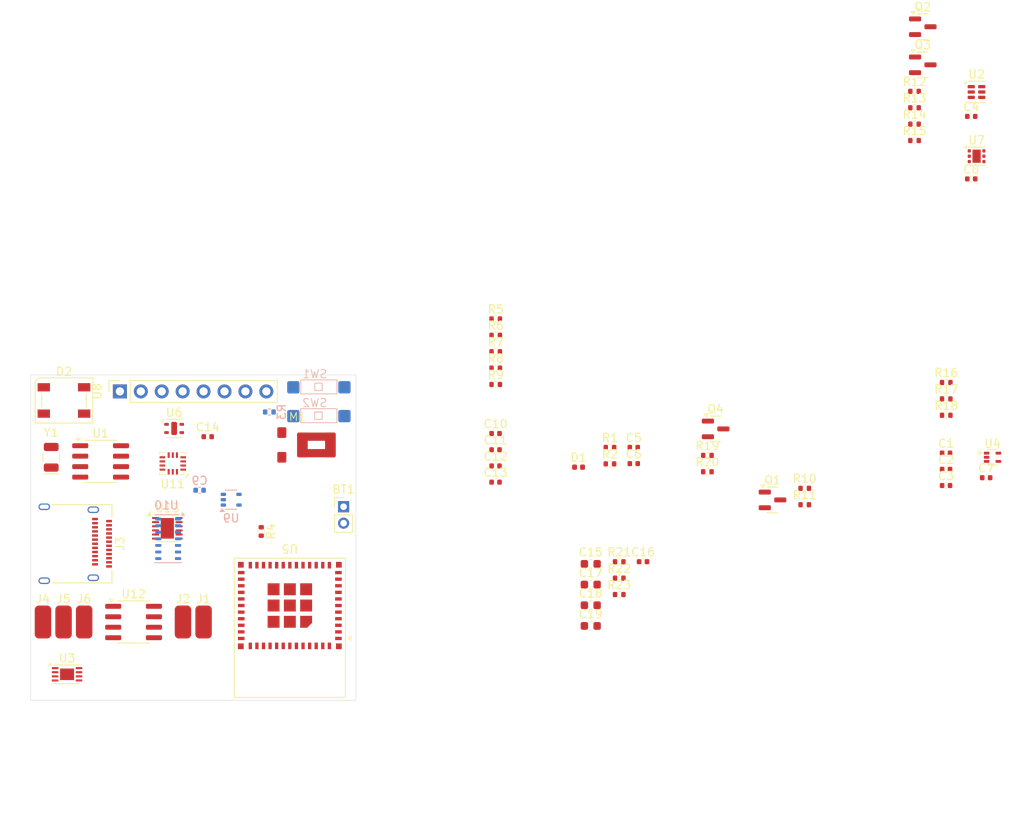
<source format=kicad_pcb>
(kicad_pcb (version 20241229) (generator "pcbnew") (generator_version "9.0")
  (layers (0 "F.Cu" signal) (4 "In1.Cu" signal) (6 "In2.Cu" signal) (2 "B.Cu" signal) (13 "F.Paste" user) (15 "B.Paste" user) (5 "F.SilkS" user "F.Silkscreen") (7 "B.SilkS" user "B.Silkscreen") (1 "F.Mask" user) (3 "B.Mask" user) (25 "Edge.Cuts" user))
  (net 0 "")
  (net 1 "+3.3V")
  (net 2 "RGB_DIN")
  (net 3 "GND")
  (net 4 "+BATT")
  (net 5 "Net-(U1-X2)")
  (net 6 "Net-(U1-X1)")
  (net 7 "+3.3V_sensor")
  (net 8 "+5V")
  (net 9 "SDA")
  (net 11 "SCL")
  (net 13 "Net-(U10-VDD)")
  (net 14 "Net-(D1-K)")
  (net 16 "Net-(M1--)")
  (net 17 "Net-(U3-PROG)")
  (net 18 "Net-(U3-STAT)")
  (net 19 "Net-(SW1-B)")
  (net 20 "Net-(U5-IO8)")
  (net 21 "Net-(SW2-B)")
  (net 22 "SCLK")
  (net 23 "MOSI")
  (net 24 "Sensor_enable")
  (net 25 "Net-(Q1-G)")
  (net 26 "Net-(Q3-G)")
  (net 27 "Screen_power")
  (net 28 "Net-(Q2-G)")
  (net 29 "Backlight")
  (net 30 "Net-(U12-A0)")
  (net 31 "Net-(U12-A1)")
  (net 32 "Net-(U12-A2)")
  (net 33 "Net-(Q4-G)")
  (net 34 "Vibrate")
  (net 40 "Net-(U5-TXD0)")
  (net 42 "USB_D+")
  (net 47 "USB_D-")
  (net 48 "Net-(U5-RXD0)")
  (net 51 "Screen_CS")
  (net 53 "Screen_Reset")
  (net 55 "Screen_A0")
  (net 59 "Net-(Q3-S)")
  (net 60 "Net-(Q2-S)")
  (net 89 "Net-(U13-RDY{slash}MCLR)")
  (net 90 "Net-(U13-VREG)")
  (net 91 "Net-(U13-CRX0{slash}CTX0)")
  (net 92 "CRX0")
  (net 93 "Net-(U13-CRX1{slash}CTX1)")
  (net 94 "CRX1")
  (net 95 "CRX2")
  (net 96 "Net-(U13-CRX2{slash}CTX2{slash}BIAS)")
  (net 98 "OUTA")
  (footprint "Resistor_SMD:R_0402_1005Metric" (layer "F.Cu") (at 102.8425 71.3)
    (property "Reference" "R2" (at 0 -1.17 0) (layer "F.SilkS"))
    (property "Value" "470")
    (pad "1" smd roundrect (at -0.51 0) (size 0.54 0.64) (layers "F.Cu" "F.Mask" "F.Paste") (net 14 "Net-(D1-K)"))
    (pad "2" smd roundrect (at 0.51 0) (size 0.54 0.64) (layers "F.Cu" "F.Mask" "F.Paste") (net 18 "Net-(U3-STAT)"))
  )
  (footprint "Package_DFN_QFN:DFN-12-1EP_3x3mm_P0.5mm_EP1.6x2.5mm" (layer "F.Cu") (at 49.1 79.125)
    (property "Reference" "U13" (at 0 -2.45 0) (layer "F.SilkS"))
    (property "Value" "~")
    (pad "1" smd roundrect (at -1.425 -1.25) (size 0.85 0.25) (layers "F.Cu" "F.Mask" "F.Paste"))
    (pad "2" smd roundrect (at -1.425 -0.75) (size 0.85 0.25) (layers "F.Cu" "F.Mask" "F.Paste") (net 9 "SDA"))
    (pad "3" smd roundrect (at -1.425 -0.25) (size 0.85 0.25) (layers "F.Cu" "F.Mask" "F.Paste") (net 1 "+3.3V"))
    (pad "4" smd roundrect (at -1.425 0.25) (size 0.85 0.25) (layers "F.Cu" "F.Mask" "F.Paste") (net 90 "Net-(U13-VREG)"))
    (pad "5" smd roundrect (at -1.425 0.75) (size 0.85 0.25) (layers "F.Cu" "F.Mask" "F.Paste") (net 11 "SCL"))
    (pad "6" smd roundrect (at -1.425 1.25) (size 0.85 0.25) (layers "F.Cu" "F.Mask" "F.Paste") (net 96 "Net-(U13-CRX2{slash}CTX2{slash}BIAS)"))
    (pad "7" smd roundrect (at 1.425 1.25) (size 0.85 0.25) (layers "F.Cu" "F.Mask" "F.Paste") (net 91 "Net-(U13-CRX0{slash}CTX0)"))
    (pad "8" smd roundrect (at 1.425 0.75) (size 0.85 0.25) (layers "F.Cu" "F.Mask" "F.Paste"))
    (pad "9" smd roundrect (at 1.425 0.25) (size 0.85 0.25) (layers "F.Cu" "F.Mask" "F.Paste") (net 93 "Net-(U13-CRX1{slash}CTX1)"))
    (pad "10" smd roundrect (at 1.425 -0.25) (size 0.85 0.25) (layers "F.Cu" "F.Mask" "F.Paste") (net 98 "OUTA"))
    (pad "11" smd roundrect (at 1.425 -0.75) (size 0.85 0.25) (layers "F.Cu" "F.Mask" "F.Paste") (net 89 "Net-(U13-RDY{slash}MCLR)"))
    (pad "12" smd roundrect (at 1.425 -1.25) (size 0.85 0.25) (layers "F.Cu" "F.Mask" "F.Paste") (net 3 "GND"))
    (pad "13" smd rect (at 0 0) (size 1.6 2.5) (property pad_prop_heatsink) (layers "F.Cu" "F.Mask") (net 3 "GND"))
  )
  (footprint "Smarter watching stuff foot:Vibration motor" (layer "F.Cu") (at 64.9 69)
    (property "Reference" "M1" (at 0 -3.4 0) (layer "F.SilkS") (effects (font (thickness 0.1))))
    (property "Value" "Motor_DC")
    (pad "0" smd roundrect (at 0.6 0) (size 1.3 3) (layers "F.Cu" "F.Mask" "F.Paste") (roundrect_rratio 0.15))
    (pad "0" smd roundrect (at 2.3 -1) (size 4.6 1) (layers "F.Cu" "F.Mask" "F.Paste") (roundrect_rratio 0.15))
    (pad "0" smd roundrect (at 2.3 1) (size 4.6 1) (layers "F.Cu" "F.Mask" "F.Paste") (roundrect_rratio 0.15))
    (pad "0" smd roundrect (at 4 0) (size 1.3 3) (layers "F.Cu" "F.Mask" "F.Paste") (roundrect_rratio 0.15))
    (pad "1" smd roundrect (at -1.9 -1.5) (size 1.1 1.3) (layers "F.Cu" "F.Mask" "F.Paste") (roundrect_rratio 0.15) (net 1 "+3.3V"))
    (pad "2" smd roundrect (at -1.9 1.5) (size 1.1 1.3) (layers "F.Cu" "F.Mask" "F.Paste") (roundrect_rratio 0.15) (net 16 "Net-(M1--)"))
  )
  (footprint "Resistor_SMD:R_0402_1005Metric" (layer "F.Cu") (at 139.8225 28.06)
    (property "Reference" "R13" (at 0 -1.17 0) (layer "F.SilkS"))
    (property "Value" "1k")
    (pad "1" smd roundrect (at -0.51 0) (size 0.54 0.64) (layers "F.Cu" "F.Mask" "F.Paste") (net 29 "Backlight"))
    (pad "2" smd roundrect (at 0.51 0) (size 0.54 0.64) (layers "F.Cu" "F.Mask" "F.Paste") (net 28 "Net-(Q2-G)"))
  )
  (footprint "Package_TO_SOT_SMD:SOT-23" (layer "F.Cu") (at 140.8225 22.85)
    (property "Reference" "Q3" (at 0 -2.4 0) (layer "F.SilkS"))
    (property "Value" "2N7002")
    (pad "1" smd roundrect (at -0.9375 -0.95) (size 1.475 0.6) (layers "F.Cu" "F.Mask" "F.Paste") (net 26 "Net-(Q3-G)"))
    (pad "2" smd roundrect (at -0.9375 0.95) (size 1.475 0.6) (layers "F.Cu" "F.Mask" "F.Paste") (net 59 "Net-(Q3-S)"))
    (pad "3" smd roundrect (at 0.9375 0) (size 1.475 0.6) (layers "F.Cu" "F.Mask" "F.Paste") (net 1 "+3.3V"))
  )
  (footprint "Resistor_SMD:R_0402_1005Metric" (layer "F.Cu") (at 143.6725 65.4)
    (property "Reference" "R18" (at 0 -1.17 0) (layer "F.SilkS"))
    (property "Value" "10K")
    (pad "1" smd roundrect (at -0.51 0) (size 0.54 0.64) (layers "F.Cu" "F.Mask" "F.Paste") (net 3 "GND"))
    (pad "2" smd roundrect (at 0.51 0) (size 0.54 0.64) (layers "F.Cu" "F.Mask" "F.Paste") (net 32 "Net-(U12-A2)"))
  )
  (footprint "Capacitor_SMD:C_0402_1005Metric" (layer "F.Cu") (at 88.9525 67.61)
    (property "Reference" "C10" (at 0 -1.16 0) (layer "F.SilkS"))
    (property "Value" "4.7 uF")
    (pad "1" smd roundrect (at -0.48 0) (size 0.56 0.62) (layers "F.Cu" "F.Mask" "F.Paste") (net 13 "Net-(U10-VDD)"))
    (pad "2" smd roundrect (at 0.48 0) (size 0.56 0.62) (layers "F.Cu" "F.Mask" "F.Paste") (net 3 "GND"))
  )
  (footprint "Connector_USB:USB_C_Receptacle_Amphenol_12401610E4-2A" (layer "F.Cu") (at 37 81 -90)
    (property "Reference" "J3" (at 0 -6.36 90) (layer "F.SilkS"))
    (property "Value" "CX70M-24P1")
    (pad "" np_thru_hole circle (at -3.6 -4.36 270) (size 0.65 0.65) (drill 0.65) (layers "*.Cu" "*.Mask"))
    (pad "" np_thru_hole oval (at 3.6 -4.36 270) (size 0.95 0.65) (drill oval 0.95 0.65) (layers "*.Cu" "*.Mask"))
    (pad "A1" smd rect (at -2.75 -5.02 270) (size 0.3 0.7) (layers "F.Cu" "F.Mask" "F.Paste") (net 3 "GND"))
    (pad "A2" smd rect (at -2.25 -5.02 270) (size 0.3 0.7) (layers "F.Cu" "F.Mask" "F.Paste"))
    (pad "A3" smd rect (at -1.75 -5.02 270) (size 0.3 0.7) (layers "F.Cu" "F.Mask" "F.Paste"))
    (pad "A4" smd rect (at -1.25 -5.02 270) (size 0.3 0.7) (layers "F.Cu" "F.Mask" "F.Paste") (net 8 "+5V"))
    (pad "A5" smd rect (at -0.75 -5.02 270) (size 0.3 0.7) (layers "F.Cu" "F.Mask" "F.Paste"))
    (pad "A6" smd rect (at -0.25 -5.02 270) (size 0.3 0.7) (layers "F.Cu" "F.Mask" "F.Paste") (net 42 "USB_D+"))
    (pad "A7" smd rect (at 0.25 -5.02 270) (size 0.3 0.7) (layers "F.Cu" "F.Mask" "F.Paste") (net 47 "USB_D-"))
    (pad "A8" smd rect (at 0.75 -5.02 270) (size 0.3 0.7) (layers "F.Cu" "F.Mask" "F.Paste"))
    (pad "A9" smd rect (at 1.25 -5.02 270) (size 0.3 0.7) (layers "F.Cu" "F.Mask" "F.Paste") (net 8 "+5V"))
    (pad "A10" smd rect (at 1.75 -5.02 270) (size 0.3 0.7) (layers "F.Cu" "F.Mask" "F.Paste"))
    (pad "A11" smd rect (at 2.25 -5.02 270) (size 0.3 0.7) (layers "F.Cu" "F.Mask" "F.Paste"))
    (pad "A12" smd rect (at 2.75 -5.02 270) (size 0.3 0.7) (layers "F.Cu" "F.Mask" "F.Paste") (net 3 "GND"))
    (pad "B1" smd rect (at 2.5 -3.32 270) (size 0.3 0.7) (layers "F.Cu" "F.Mask" "F.Paste") (net 3 "GND"))
    (pad "B2" smd rect (at 2 -3.32 270) (size 0.3 0.7) (layers "F.Cu" "F.Mask" "F.Paste"))
    (pad "B3" smd rect (at 1.5 -3.32 270) (size 0.3 0.7) (layers "F.Cu" "F.Mask" "F.Paste"))
    (pad "B4" smd rect (at 1 -3.32 270) (size 0.3 0.7) (layers "F.Cu" "F.Mask" "F.Paste") (net 8 "+5V"))
    (pad "B5" smd rect (at 0.5 -3.32 270) (size 0.3 0.7) (layers "F.Cu" "F.Mask" "F.Paste"))
    (pad "B6" smd rect (at 0 -3.32 270) (size 0.3 0.7) (layers "F.Cu" "F.Mask" "F.Paste") (net 42 "USB_D+"))
    (pad "B7" smd rect (at -0.5 -3.32 270) (size 0.3 0.7) (layers "F.Cu" "F.Mask" "F.Paste") (net 47 "USB_D-"))
    (pad "B8" smd rect (at -1 -3.32 270) (size 0.3 0.7) (layers "F.Cu" "F.Mask" "F.Paste"))
    (pad "B9" smd rect (at -1.5 -3.32 270) (size 0.3 0.7) (layers "F.Cu" "F.Mask" "F.Paste") (net 8 "+5V"))
    (pad "B10" smd rect (at -2 -3.32 270) (size 0.3 0.7) (layers "F.Cu" "F.Mask" "F.Paste"))
    (pad "B11" smd rect (at -2.5 -3.32 270) (size 0.3 0.7) (layers "F.Cu" "F.Mask" "F.Paste"))
    (pad "B12" smd rect (at -3 -3.32 270) (size 0.3 0.7) (layers "F.Cu" "F.Mask" "F.Paste") (net 3 "GND"))
    (pad "S1" thru_hole oval (at -4.49 2.84 270) (size 0.8 1.4) (drill oval 0.5 1.1) (property pad_prop_heatsink) (layers "*.Cu" "*.Mask"))
    (pad "S1" thru_hole oval (at -4.13 -3.11 270) (size 0.8 1.4) (drill oval 0.5 1.1) (property pad_prop_heatsink) (layers "*.Cu" "*.Mask"))
    (pad "S1" thru_hole oval (at 4.13 -3.11 270) (size 0.8 1.4) (drill oval 0.5 1.1) (property pad_prop_heatsink) (layers "*.Cu" "*.Mask"))
    (pad "S1" thru_hole oval (at 4.49 2.84 270) (size 0.8 1.4) (drill oval 0.5 1.1) (property pad_prop_heatsink) (layers "*.Cu" "*.Mask"))
  )
  (footprint "Connector_PinSocket_2.54mm:PinSocket_1x08_P2.54mm_Vertical" (layer "F.Cu") (at 43.34 62.5 90)
    (property "Reference" "U8" (at 0 -2.77 90) (layer "F.SilkS"))
    (property "Value" "~")
    (pad "1" thru_hole rect (at 0 0 90) (size 1.7 1.7) (drill 1) (layers "*.Cu" "*.Mask") (net 60 "Net-(Q2-S)"))
    (pad "2" thru_hole circle (at 0 2.54 90) (size 1.7 1.7) (drill 1) (layers "*.Cu" "*.Mask") (net 22 "SCLK"))
    (pad "3" thru_hole circle (at 0 5.08 90) (size 1.7 1.7) (drill 1) (layers "*.Cu" "*.Mask") (net 23 "MOSI"))
    (pad "4" thru_hole circle (at 0 7.62 90) (size 1.7 1.7) (drill 1) (layers "*.Cu" "*.Mask") (net 55 "Screen_A0"))
    (pad "5" thru_hole circle (at 0 10.16 90) (size 1.7 1.7) (drill 1) (layers "*.Cu" "*.Mask") (net 53 "Screen_Reset"))
    (pad "6" thru_hole circle (at 0 12.7 90) (size 1.7 1.7) (drill 1) (layers "*.Cu" "*.Mask") (net 51 "Screen_CS"))
    (pad "7" thru_hole circle (at 0 15.24 90) (size 1.7 1.7) (drill 1) (layers "*.Cu" "*.Mask") (net 3 "GND"))
    (pad "8" thru_hole circle (at 0 17.78 90) (size 1.7 1.7) (drill 1) (layers "*.Cu" "*.Mask") (net 59 "Net-(Q3-S)"))
  )
  (footprint "Resistor_SMD:R_0402_1005Metric" (layer "F.Cu") (at 88.9725 57.68)
    (property "Reference" "R7" (at 0 -1.17 0) (layer "F.SilkS"))
    (property "Value" "4.7K")
    (pad "1" smd roundrect (at -0.51 0) (size 0.54 0.64) (layers "F.Cu" "F.Mask" "F.Paste") (net 1 "+3.3V"))
    (pad "2" smd roundrect (at 0.51 0) (size 0.54 0.64) (layers "F.Cu" "F.Mask" "F.Paste") (net 9 "SDA"))
  )
  (footprint "Capacitor_SMD:C_0402_1005Metric" (layer "F.Cu") (at 88.9525 69.58)
    (property "Reference" "C11" (at 0 -1.16 0) (layer "F.SilkS"))
    (property "Value" "0.1 uF")
    (pad "1" smd roundrect (at -0.48 0) (size 0.56 0.62) (layers "F.Cu" "F.Mask" "F.Paste") (net 13 "Net-(U10-VDD)"))
    (pad "2" smd roundrect (at 0.48 0) (size 0.56 0.62) (layers "F.Cu" "F.Mask" "F.Paste") (net 3 "GND"))
  )
  (footprint "OptoDevice:AMS_TSL25911FN" (layer "F.Cu") (at 147.3475 26.15)
    (property "Reference" "U2" (at 0 -2.15 0) (layer "F.SilkS"))
    (property "Value" "TSL25911FN")
    (pad "1" smd roundrect (at -0.6375 -0.65) (size 0.875 0.4) (layers "F.Cu" "F.Mask" "F.Paste") (net 11 "SCL"))
    (pad "2" smd roundrect (at -0.6375 0) (size 0.875 0.4) (layers "F.Cu" "F.Mask" "F.Paste"))
    (pad "3" smd roundrect (at -0.6375 0.65) (size 0.875 0.4) (layers "F.Cu" "F.Mask" "F.Paste") (net 3 "GND"))
    (pad "4" smd roundrect (at 0.6375 0.65) (size 0.875 0.4) (layers "F.Cu" "F.Mask" "F.Paste"))
    (pad "5" smd roundrect (at 0.6375 0) (size 0.875 0.4) (layers "F.Cu" "F.Mask" "F.Paste") (net 7 "+3.3V_sensor"))
    (pad "6" smd roundrect (at 0.6375 -0.65) (size 0.875 0.4) (layers "F.Cu" "F.Mask" "F.Paste") (net 9 "SDA"))
  )
  (footprint "Resistor_SMD:R_0402_1005Metric" (layer "F.Cu") (at 139.8225 32.04)
    (property "Reference" "R15" (at 0 -1.17 0) (layer "F.SilkS"))
    (property "Value" "10k")
    (pad "1" smd roundrect (at -0.51 0) (size 0.54 0.64) (layers "F.Cu" "F.Mask" "F.Paste") (net 3 "GND"))
    (pad "2" smd roundrect (at 0.51 0) (size 0.54 0.64) (layers "F.Cu" "F.Mask" "F.Paste") (net 28 "Net-(Q2-G)"))
  )
  (footprint "Resistor_SMD:R_0402_1005Metric" (layer "F.Cu") (at 88.9725 61.66)
    (property "Reference" "R9" (at 0 -1.17 0) (layer "F.SilkS"))
    (property "Value" "4.7K")
    (pad "1" smd roundrect (at -0.51 0) (size 0.54 0.64) (layers "F.Cu" "F.Mask" "F.Paste") (net 1 "+3.3V"))
    (pad "2" smd roundrect (at 0.51 0) (size 0.54 0.64) (layers "F.Cu" "F.Mask" "F.Paste") (net 23 "MOSI"))
  )
  (footprint "Resistor_SMD:R_0402_1005Metric" (layer "F.Cu") (at 143.6725 61.42)
    (property "Reference" "R16" (at 0 -1.17 0) (layer "F.SilkS"))
    (property "Value" "10K")
    (pad "1" smd roundrect (at -0.51 0) (size 0.54 0.64) (layers "F.Cu" "F.Mask" "F.Paste") (net 3 "GND"))
    (pad "2" smd roundrect (at 0.51 0) (size 0.54 0.64) (layers "F.Cu" "F.Mask" "F.Paste") (net 30 "Net-(U12-A0)"))
  )
  (footprint "LED_SMD:LED_0402_1005Metric" (layer "F.Cu") (at 99.0275 71.7)
    (property "Reference" "D1" (at 0 -1.17 0) (layer "F.SilkS"))
    (property "Value" "LED")
    (pad "1" smd roundrect (at -0.485 0) (size 0.59 0.64) (layers "F.Cu" "F.Mask" "F.Paste") (net 14 "Net-(D1-K)"))
    (pad "2" smd roundrect (at 0.485 0) (size 0.59 0.64) (layers "F.Cu" "F.Mask" "F.Paste") (net 8 "+5V"))
  )
  (footprint "Resistor_SMD:R_0402_1005Metric" (layer "F.Cu") (at 60.5 79.51 -90)
    (property "Reference" "R4" (at 0 -1.17 90) (layer "F.SilkS"))
    (property "Value" "10k")
    (pad "1" smd roundrect (at -0.51 0 270) (size 0.54 0.64) (layers "F.Cu" "F.Mask" "F.Paste") (net 1 "+3.3V"))
    (pad "2" smd roundrect (at 0.51 0 270) (size 0.54 0.64) (layers "F.Cu" "F.Mask" "F.Paste") (net 20 "Net-(U5-IO8)"))
  )
  (footprint "Resistor_SMD:R_0402_1005Metric" (layer "F.Cu") (at 126.4925 74.27)
    (property "Reference" "R10" (at 0 -1.17 0) (layer "F.SilkS"))
    (property "Value" "1k")
    (pad "1" smd roundrect (at -0.51 0) (size 0.54 0.64) (layers "F.Cu" "F.Mask" "F.Paste") (net 24 "Sensor_enable"))
    (pad "2" smd roundrect (at 0.51 0) (size 0.54 0.64) (layers "F.Cu" "F.Mask" "F.Paste") (net 25 "Net-(Q1-G)"))
  )
  (footprint "Capacitor_SMD:C_0402_1005Metric" (layer "F.Cu") (at 105.7325 69.3)
    (property "Reference" "C5" (at 0 -1.16 0) (layer "F.SilkS"))
    (property "Value" "4.7 uf")
    (pad "1" smd roundrect (at -0.48 0) (size 0.56 0.62) (layers "F.Cu" "F.Mask" "F.Paste") (net 3 "GND"))
    (pad "2" smd roundrect (at 0.48 0) (size 0.56 0.62) (layers "F.Cu" "F.Mask" "F.Paste") (net 8 "+5V"))
  )
  (footprint "Package_TO_SOT_SMD:SOT-23" (layer "F.Cu") (at 115.6725 67.055)
    (property "Reference" "Q4" (at 0 -2.4 0) (layer "F.SilkS"))
    (property "Value" "2N7002")
    (pad "1" smd roundrect (at -0.9375 -0.95) (size 1.475 0.6) (layers "F.Cu" "F.Mask" "F.Paste") (net 33 "Net-(Q4-G)"))
    (pad "2" smd roundrect (at -0.9375 0.95) (size 1.475 0.6) (layers "F.Cu" "F.Mask" "F.Paste") (net 3 "GND"))
    (pad "3" smd roundrect (at 0.9375 0) (size 1.475 0.6) (layers "F.Cu" "F.Mask" "F.Paste") (net 16 "Net-(M1--)"))
  )
  (footprint "Resistor_SMD:R_0402_1005Metric" (layer "F.Cu") (at 88.9725 53.7)
    (property "Reference" "R5" (at 0 -1.17 0) (layer "F.SilkS"))
    (property "Value" "10k")
    (pad "1" smd roundrect (at -0.51 0) (size 0.54 0.64) (layers "F.Cu" "F.Mask" "F.Paste") (net 1 "+3.3V"))
    (pad "2" smd roundrect (at 0.51 0) (size 0.54 0.64) (layers "F.Cu" "F.Mask" "F.Paste") (net 21 "Net-(SW2-B)"))
  )
  (footprint "Capacitor_SMD:C_0402_1005Metric" (layer "F.Cu") (at 88.9525 71.55)
    (property "Reference" "C12" (at 0 -1.16 0) (layer "F.SilkS"))
    (property "Value" "10 uF")
    (pad "1" smd roundrect (at -0.48 0) (size 0.56 0.62) (layers "F.Cu" "F.Mask" "F.Paste") (net 3 "GND"))
    (pad "2" smd roundrect (at 0.48 0) (size 0.56 0.62) (layers "F.Cu" "F.Mask" "F.Paste") (net 7 "+3.3V_sensor"))
  )
  (footprint "Resistor_SMD:R_0402_1005Metric" (layer "F.Cu") (at 103.97 85.175)
    (property "Reference" "R22" (at 0 -1.17 0) (layer "F.SilkS"))
    (property "Value" "470R")
    (pad "1" smd roundrect (at -0.51 0) (size 0.54 0.64) (layers "F.Cu" "F.Mask" "F.Paste") (net 94 "CRX1"))
    (pad "2" smd roundrect (at 0.51 0) (size 0.54 0.64) (layers "F.Cu" "F.Mask" "F.Paste") (net 93 "Net-(U13-CRX1{slash}CTX1)"))
  )
  (footprint "Capacitor_SMD:C_0603_1608Metric" (layer "F.Cu") (at 100.51 83.445)
    (property "Reference" "C15" (at 0 -1.43 0) (layer "F.SilkS"))
    (property "Value" "1nF")
    (pad "1" smd roundrect (at -0.775 0) (size 0.9 0.95) (layers "F.Cu" "F.Mask" "F.Paste") (net 89 "Net-(U13-RDY{slash}MCLR)"))
    (pad "2" smd roundrect (at 0.775 0) (size 0.9 0.95) (layers "F.Cu" "F.Mask" "F.Paste") (net 3 "GND"))
  )
  (footprint "Resistor_SMD:R_0402_1005Metric" (layer "F.Cu") (at 88.9725 59.67)
    (property "Reference" "R8" (at 0 -1.17 0) (layer "F.SilkS"))
    (property "Value" "4.7K")
    (pad "1" smd roundrect (at -0.51 0) (size 0.54 0.64) (layers "F.Cu" "F.Mask" "F.Paste") (net 1 "+3.3V"))
    (pad "2" smd roundrect (at 0.51 0) (size 0.54 0.64) (layers "F.Cu" "F.Mask" "F.Paste") (net 22 "SCLK"))
  )
  (footprint "Capacitor_SMD:C_0402_1005Metric" (layer "F.Cu") (at 146.7125 29.11)
    (property "Reference" "C4" (at 0 -1.16 0) (layer "F.SilkS"))
    (property "Value" "1 uf")
    (pad "1" smd roundrect (at -0.48 0) (size 0.56 0.62) (layers "F.Cu" "F.Mask" "F.Paste") (net 7 "+3.3V_sensor"))
    (pad "2" smd roundrect (at 0.48 0) (size 0.56 0.62) (layers "F.Cu" "F.Mask" "F.Paste") (net 3 "GND"))
  )
  (footprint "Capacitor_SMD:C_0402_1005Metric" (layer "F.Cu") (at 143.6525 73.93)
    (property "Reference" "C3" (at 0 -1.16 0) (layer "F.SilkS"))
    (property "Value" "12 picoF")
    (pad "1" smd roundrect (at -0.48 0) (size 0.56 0.62) (layers "F.Cu" "F.Mask" "F.Paste") (net 6 "Net-(U1-X1)"))
    (pad "2" smd roundrect (at 0.48 0) (size 0.56 0.62) (layers "F.Cu" "F.Mask" "F.Paste") (net 3 "GND"))
  )
  (footprint "RF_Module:ESP32-C6-MINI-1" (layer "F.Cu") (at 63.975 88.5 180)
    (property "Reference" "U5" (at 0 6.9 180) (layer "F.SilkS"))
    (property "Value" "ESP32-C6-MINI-1")
    (pad "1" smd rect (at -5.9 -4 180) (size 0.8 0.4) (layers "F.Cu" "F.Mask" "F.Paste") (net 3 "GND"))
    (pad "2" smd rect (at -5.9 -3.2 180) (size 0.8 0.4) (layers "F.Cu" "F.Mask" "F.Paste") (net 3 "GND"))
    (pad "3" smd rect (at -5.9 -2.4 180) (size 0.8 0.4) (layers "F.Cu" "F.Mask" "F.Paste") (net 1 "+3.3V"))
    (pad "4" smd rect (at -5.9 -1.6 180) (size 0.8 0.4) (layers "F.Cu" "F.Mask" "F.Paste"))
    (pad "5" smd rect (at -5.9 -0.8 180) (size 0.8 0.4) (layers "F.Cu" "F.Mask" "F.Paste") (net 53 "Screen_Reset"))
    (pad "6" smd rect (at -5.9 0 180) (size 0.8 0.4) (layers "F.Cu" "F.Mask" "F.Paste") (net 55 "Screen_A0"))
    (pad "7" smd rect (at -5.9 0.8 180) (size 0.8 0.4) (layers "F.Cu" "F.Mask" "F.Paste"))
    (pad "8" smd rect (at -5.9 1.6 180) (size 0.8 0.4) (layers "F.Cu" "F.Mask" "F.Paste") (net 19 "Net-(SW1-B)"))
    (pad "9" smd rect (at -5.9 2.4 180) (size 0.8 0.4) (layers "F.Cu" "F.Mask" "F.Paste"))
    (pad "10" smd rect (at -5.9 3.2 180) (size 0.8 0.4) (layers "F.Cu" "F.Mask" "F.Paste"))
    (pad "11" smd rect (at -5.9 4 180) (size 0.8 0.4) (layers "F.Cu" "F.Mask" "F.Paste") (net 3 "GND"))
    (pad "12" smd rect (at -4.8 4.9 270) (size 0.8 0.4) (layers "F.Cu" "F.Mask" "F.Paste"))
    (pad "13" smd rect (at -4 4.9 270) (size 0.8 0.4) (layers "F.Cu" "F.Mask" "F.Paste") (net 51 "Screen_CS"))
    (pad "14" smd rect (at -3.2 4.9 270) (size 0.8 0.4) (layers "F.Cu" "F.Mask" "F.Paste") (net 3 "GND"))
    (pad "15" smd rect (at -2.4 4.9 270) (size 0.8 0.4) (layers "F.Cu" "F.Mask" "F.Paste") (net 11 "SCL"))
    (pad "16" smd rect (at -1.6 4.9 270) (size 0.8 0.4) (layers "F.Cu" "F.Mask" "F.Paste") (net 9 "SDA"))
    (pad "17" smd rect (at -0.8 4.9 270) (size 0.8 0.4) (layers "F.Cu" "F.Mask" "F.Paste") (net 47 "USB_D-"))
    (pad "18" smd rect (at 0 4.9 270) (size 0.8 0.4) (layers "F.Cu" "F.Mask" "F.Paste") (net 42 "USB_D+"))
    (pad "19" smd rect (at 0.8 4.9 270) (size 0.8 0.4) (layers "F.Cu" "F.Mask" "F.Paste") (net 27 "Screen_power"))
    (pad "20" smd rect (at 1.6 4.9 270) (size 0.8 0.4) (layers "F.Cu" "F.Mask" "F.Paste"))
    (pad "21" smd rect (at 2.4 4.9 270) (size 0.8 0.4) (layers "F.Cu" "F.Mask" "F.Paste"))
    (pad "22" smd rect (at 3.2 4.9 270) (size 0.8 0.4) (layers "F.Cu" "F.Mask" "F.Paste") (net 20 "Net-(U5-IO8)"))
    (pad "23" smd rect (at 4 4.9 270) (size 0.8 0.4) (layers "F.Cu" "F.Mask" "F.Paste") (net 21 "Net-(SW2-B)"))
    (pad "24" smd rect (at 4.8 4.9 270) (size 0.8 0.4) (layers "F.Cu" "F.Mask" "F.Paste") (net 34 "Vibrate"))
    (pad "25" smd rect (at 5.9 4 180) (size 0.8 0.4) (layers "F.Cu" "F.Mask" "F.Paste") (net 24 "Sensor_enable"))
    (pad "26" smd rect (at 5.9 3.2 180) (size 0.8 0.4) (layers "F.Cu" "F.Mask" "F.Paste") (net 29 "Backlight"))
    (pad "27" smd rect (at 5.9 2.4 180) (size 0.8 0.4) (layers "F.Cu" "F.Mask" "F.Paste") (net 2 "RGB_DIN"))
    (pad "28" smd rect (at 5.9 1.6 180) (size 0.8 0.4) (layers "F.Cu" "F.Mask" "F.Paste") (net 23 "MOSI"))
    (pad "29" smd rect (at 5.9 0.8 180) (size 0.8 0.4) (layers "F.Cu" "F.Mask" "F.Paste") (net 22 "SCLK"))
    (pad "30" smd rect (at 5.9 0 180) (size 0.8 0.4) (layers "F.Cu" "F.Mask" "F.Paste") (net 48 "Net-(U5-RXD0)"))
    (pad "31" smd rect (at 5.9 -0.8 180) (size 0.8 0.4) (layers "F.Cu" "F.Mask" "F.Paste") (net 40 "Net-(U5-TXD0)"))
    (pad "32" smd rect (at 5.9 -1.6 180) (size 0.8 0.4) (layers "F.Cu" "F.Mask" "F.Paste"))
    (pad "33" smd rect (at 5.9 -2.4 180) (size 0.8 0.4) (layers "F.Cu" "F.Mask" "F.Paste"))
    (pad "34" smd rect (at 5.9 -3.2 180) (size 0.8 0.4) (layers "F.Cu" "F.Mask" "F.Paste"))
    (pad "35" smd rect (at 5.9 -4 180) (size 0.8 0.4) (layers "F.Cu" "F.Mask" "F.Paste"))
    (pad "36" smd rect (at 4.8 -4.9 270) (size 0.8 0.4) (layers "F.Cu" "F.Mask" "F.Paste") (net 3 "GND"))
    (pad "37" smd rect (at 4 -4.9 270) (size 0.8 0.4) (layers "F.Cu" "F.Mask" "F.Paste") (net 3 "GND"))
    (pad "38" smd rect (at 3.2 -4.9 270) (size 0.8 0.4) (layers "F.Cu" "F.Mask" "F.Paste") (net 3 "GND"))
    (pad "39" smd rect (at 2.4 -4.9 270) (size 0.8 0.4) (layers "F.Cu" "F.Mask" "F.Paste") (net 3 "GND"))
    (pad "40" smd rect (at 1.6 -4.9 270) (size 0.8 0.4) (layers "F.Cu" "F.Mask" "F.Paste") (net 3 "GND"))
    (pad "41" smd rect (at 0.8 -4.9 270) (size 0.8 0.4) (layers "F.Cu" "F.Mask" "F.Paste") (net 3 "GND"))
    (pad "42" smd rect (at 0 -4.9 270) (size 0.8 0.4) (layers "F.Cu" "F.Mask" "F.Paste") (net 3 "GND"))
    (pad "43" smd rect (at -0.8 -4.9 270) (size 0.8 0.4) (layers "F.Cu" "F.Mask" "F.Paste") (net 3 "GND"))
    (pad "44" smd rect (at -1.6 -4.9 270) (size 0.8 0.4) (layers "F.Cu" "F.Mask" "F.Paste") (net 3 "GND"))
    (pad "45" smd rect (at -2.4 -4.9 270) (size 0.8 0.4) (layers "F.Cu" "F.Mask" "F.Paste") (net 3 "GND"))
    (pad "46" smd rect (at -3.2 -4.9 270) (size 0.8 0.4) (layers "F.Cu" "F.Mask" "F.Paste") (net 3 "GND"))
    (pad "47" smd rect (at -4 -4.9 270) (size 0.8 0.4) (layers "F.Cu" "F.Mask" "F.Paste") (net 3 "GND"))
    (pad "48" smd rect (at -4.8 -4.9 270) (size 0.8 0.4) (layers "F.Cu" "F.Mask" "F.Paste") (net 3 "GND"))
    (pad "49" smd roundrect (at -1.975 -1.975 180) (size 1.45 1.45) (property pad_prop_heatsink) (layers "F.Cu" "F.Mask" "F.Paste") (roundrect_rratio 0) (chamfer_ratio 0.41) (chamfer top_left) (net 3 "GND"))
    (pad "49" smd rect (at -1.975 0 180) (size 1.45 1.45) (property pad_prop_heatsink) (layers "F.Cu" "F.Mask" "F.Paste") (net 3 "GND"))
    (pad "49" smd rect (at -1.975 1.975 180) (size 1.45 1.45) (property pad_prop_heatsink) (layers "F.Cu" "F.Mask" "F.Paste") (net 3 "GND"))
    (pad "49" smd rect (at 0 -1.975 180) (size 1.45 1.45) (property pad_prop_heatsink) (layers "F.Cu" "F.Mask" "F.Paste") (net 3 "GND"))
    (pad "49" smd rect (at 0 0 180) (size 1.45 1.45) (property pad_prop_heatsink) (layers "F.Cu" "F.Mask" "F.Paste") (net 3 "GND"))
    (pad "49" smd rect (at 0 1.975 180) (size 1.45 1.45) (property pad_prop_heatsink) (layers "F.Cu" "F.Mask" "F.Paste") (net 3 "GND"))
    (pad "49" smd rect (at 1.975 -1.975 180) (size 1.45 1.45) (property pad_prop_heatsink) (layers "F.Cu" "F.Mask" "F.Paste") (net 3 "GND"))
    (pad "49" smd rect (at 1.975 0 180) (size 1.45 1.45) (property pad_prop_heatsink) (layers "F.Cu" "F.Mask" "F.Paste") (net 3 "GND"))
    (pad "49" smd rect (at 1.975 1.975 180) (size 1.45 1.45) (property pad_prop_heatsink) (layers "F.Cu" "F.Mask" "F.Paste") (net 3 "GND"))
    (pad "50" smd rect (at 5.95 -4.95 180) (size 0.7 0.7) (layers "F.Cu" "F.Mask" "F.Paste") (net 3 "GND"))
    (pad "51" smd rect (at 5.95 4.95 180) (size 0.7 0.7) (layers "F.Cu" "F.Mask" "F.Paste") (net 3 "GND"))
    (pad "52" smd rect (at -5.95 4.95 180) (size 0.7 0.7) (layers "F.Cu" "F.Mask" "F.Paste") (net 3 "GND"))
    (pad "53" smd rect (at -5.95 -4.95 180) (size 0.7 0.7) (layers "F.Cu" "F.Mask" "F.Paste") (net 3 "GND"))
  )
  (footprint "Capacitor_SMD:C_0402_1005Metric" (layer "F.Cu") (at 88.9525 73.52)
    (property "Reference" "C13" (at 0 -1.16 0) (layer "F.SilkS"))
    (property "Value" "0.1 uF")
    (pad "1" smd roundrect (at -0.48 0) (size 0.56 0.62) (layers "F.Cu" "F.Mask" "F.Paste") (net 7 "+3.3V_sensor"))
    (pad "2" smd roundrect (at 0.48 0) (size 0.56 0.62) (layers "F.Cu" "F.Mask" "F.Paste") (net 3 "GND"))
  )
  (footprint "Connector_Wire:SolderWirePad_1x01_SMD_2x4mm" (layer "F.Cu") (at 36.5 90.5)
    (property "Reference" "J5" (at 0 -2.8 0) (layer "F.SilkS"))
    (property "Value" "~")
    (pad "1" smd roundrect (at 0 0) (size 2 4) (layers "F.Cu" "F.Mask") (net 31 "Net-(U12-A1)"))
  )
  (footprint "Connector_Wire:SolderWirePad_1x01_SMD_2x4mm" (layer "F.Cu") (at 53.5 90.5)
    (property "Reference" "J1" (at 0 -2.8 0) (layer "F.SilkS"))
    (property "Value" "~")
    (pad "1" smd roundrect (at 0 0) (size 2 4) (layers "F.Cu" "F.Mask") (net 40 "Net-(U5-TXD0)"))
  )
  (footprint "Capacitor_SMD:C_0402_1005Metric" (layer "F.Cu") (at 54 68)
    (property "Reference" "C14" (at 0 -1.16 0) (layer "F.SilkS"))
    (property "Value" ".1 uf")
    (pad "1" smd roundrect (at -0.48 0) (size 0.56 0.62) (layers "F.Cu" "F.Mask" "F.Paste") (net 3 "GND"))
    (pad "2" smd roundrect (at 0.48 0) (size 0.56 0.62) (layers "F.Cu" "F.Mask" "F.Paste") (net 1 "+3.3V"))
  )
  (footprint "Package_TO_SOT_SMD:SOT-23" (layer "F.Cu") (at 122.5825 75.675)
    (property "Reference" "Q1" (at 0 -2.4 0) (layer "F.SilkS"))
    (property "Value" "2N7002")
    (pad "1" smd roundrect (at -0.9375 -0.95) (size 1.475 0.6) (layers "F.Cu" "F.Mask" "F.Paste") (net 25 "Net-(Q1-G)"))
    (pad "2" smd roundrect (at -0.9375 0.95) (size 1.475 0.6) (layers "F.Cu" "F.Mask" "F.Paste") (net 7 "+3.3V_sensor"))
    (pad "3" smd roundrect (at 0.9375 0) (size 1.475 0.6) (layers "F.Cu" "F.Mask" "F.Paste") (net 1 "+3.3V"))
  )
  (footprint "Package_SO:SOIC-8_3.9x4.9mm_P1.27mm" (layer "F.Cu") (at 45 90.5)
    (property "Reference" "U12" (at 0 -3.4 0) (layer "F.SilkS"))
    (property "Value" "M24C64-WMN6TP")
    (pad "1" smd roundrect (at -2.475 -1.905) (size 1.95 0.6) (layers "F.Cu" "F.Mask" "F.Paste") (net 30 "Net-(U12-A0)"))
    (pad "2" smd roundrect (at -2.475 -0.635) (size 1.95 0.6) (layers "F.Cu" "F.Mask" "F.Paste") (net 31 "Net-(U12-A1)"))
    (pad "3" smd roundrect (at -2.475 0.635) (size 1.95 0.6) (layers "F.Cu" "F.Mask" "F.Paste") (net 32 "Net-(U12-A2)"))
    (pad "4" smd roundrect (at -2.475 1.905) (size 1.95 0.6) (layers "F.Cu" "F.Mask" "F.Paste") (net 3 "GND"))
    (pad "5" smd roundrect (at 2.475 1.905) (size 1.95 0.6) (layers "F.Cu" "F.Mask" "F.Paste") (net 9 "SDA"))
    (pad "6" smd roundrect (at 2.475 0.635) (size 1.95 0.6) (layers "F.Cu" "F.Mask" "F.Paste") (net 11 "SCL"))
    (pad "7" smd roundrect (at 2.475 -0.635) (size 1.95 0.6) (layers "F.Cu" "F.Mask" "F.Paste") (net 3 "GND"))
    (pad "8" smd roundrect (at 2.475 -1.905) (size 1.95 0.6) (layers "F.Cu" "F.Mask" "F.Paste") (net 1 "+3.3V"))
  )
  (footprint "Capacitor_SMD:C_0603_1608Metric" (layer "F.Cu") (at 100.51 90.975)
    (property "Reference" "C19" (at 0 -1.43 0) (layer "F.SilkS"))
    (property "Value" "100pF")
    (pad "1" smd roundrect (at -0.775 0) (size 0.9 0.95) (layers "F.Cu" "F.Mask" "F.Paste") (net 90 "Net-(U13-VREG)"))
    (pad "2" smd roundrect (at 0.775 0) (size 0.9 0.95) (layers "F.Cu" "F.Mask" "F.Paste") (net 3 "GND"))
  )
  (footprint "Package_LGA:Bosch_LGA-14_3x2.5mm_P0.5mm" (layer "F.Cu") (at 49.7625 71.25 180)
    (property "Reference" "U11" (at 0 -2.5 0) (layer "F.SilkS"))
    (property "Value" "BMI160")
    (pad "1" smd rect (at -1.2625 -0.75 180) (size 0.675 0.25) (layers "F.Cu" "F.Mask" "F.Paste"))
    (pad "2" smd rect (at -1.2625 -0.25 180) (size 0.675 0.25) (layers "F.Cu" "F.Mask" "F.Paste"))
    (pad "3" smd rect (at -1.2625 0.25 180) (size 0.675 0.25) (layers "F.Cu" "F.Mask" "F.Paste"))
    (pad "4" smd rect (at -1.2625 0.75 180) (size 0.675 0.25) (layers "F.Cu" "F.Mask" "F.Paste"))
    (pad "5" smd rect (at -0.5 1.0125 180) (size 0.25 0.675) (layers "F.Cu" "F.Mask" "F.Paste") (net 1 "+3.3V"))
    (pad "6" smd rect (at 0 1.0125 180) (size 0.25 0.675) (layers "F.Cu" "F.Mask" "F.Paste") (net 3 "GND"))
    (pad "7" smd rect (at 0.5 1.0125 180) (size 0.25 0.675) (layers "F.Cu" "F.Mask" "F.Paste") (net 3 "GND"))
    (pad "8" smd rect (at 1.2625 0.75 180) (size 0.675 0.25) (layers "F.Cu" "F.Mask" "F.Paste") (net 1 "+3.3V"))
    (pad "9" smd rect (at 1.2625 0.25 180) (size 0.675 0.25) (layers "F.Cu" "F.Mask" "F.Paste"))
    (pad "10" smd rect (at 1.2625 -0.25 180) (size 0.675 0.25) (layers "F.Cu" "F.Mask" "F.Paste"))
    (pad "11" smd rect (at 1.2625 -0.75 180) (size 0.675 0.25) (layers "F.Cu" "F.Mask" "F.Paste"))
    (pad "12" smd rect (at 0.5 -1.0125 180) (size 0.25 0.675) (layers "F.Cu" "F.Mask" "F.Paste"))
    (pad "13" smd rect (at 0 -1.0125 180) (size 0.25 0.675) (layers "F.Cu" "F.Mask" "F.Paste") (net 11 "SCL"))
    (pad "14" smd rect (at -0.5 -1.0125 180) (size 0.25 0.675) (layers "F.Cu" "F.Mask" "F.Paste") (net 9 "SDA"))
  )
  (footprint "Resistor_SMD:R_0402_1005Metric" (layer "F.Cu") (at 102.8425 69.31)
    (property "Reference" "R1" (at 0 -1.17 0) (layer "F.SilkS"))
    (property "Value" "2k")
    (pad "1" smd roundrect (at -0.51 0) (size 0.54 0.64) (layers "F.Cu" "F.Mask" "F.Paste") (net 17 "Net-(U3-PROG)"))
    (pad "2" smd roundrect (at 0.51 0) (size 0.54 0.64) (layers "F.Cu" "F.Mask" "F.Paste") (net 3 "GND"))
  )
  (footprint "Capacitor_SMD:C_0402_1005Metric" (layer "F.Cu") (at 146.7125 36.7)
    (property "Reference" "C8" (at 0 -1.16 0) (layer "F.SilkS"))
    (property "Value" "0.1 uF")
    (pad "1" smd roundrect (at -0.48 0) (size 0.56 0.62) (layers "F.Cu" "F.Mask" "F.Paste") (net 3 "GND"))
    (pad "2" smd roundrect (at 0.48 0) (size 0.56 0.62) (layers "F.Cu" "F.Mask" "F.Paste") (net 7 "+3.3V_sensor"))
  )
  (footprint "Package_SON:WSON-6-1EP_2x2mm_P0.65mm_EP1x1.6mm" (layer "F.Cu") (at 147.3575 33.945)
    (property "Reference" "U7" (at 0 -1.95 0) (layer "F.SilkS"))
    (property "Value" "TMP117xxDRV")
    (pad "1" smd roundrect (at -0.8875 -0.65) (size 0.375 0.4) (layers "F.Cu" "F.Mask" "F.Paste") (net 11 "SCL"))
    (pad "2" smd roundrect (at -0.8875 0) (size 0.375 0.4) (layers "F.Cu" "F.Mask" "F.Paste") (net 3 "GND"))
    (pad "3" smd roundrect (at -0.8875 0.65) (size 0.375 0.4) (layers "F.Cu" "F.Mask" "F.Paste"))
    (pad "4" smd roundrect (at 0.8875 0.65) (size 0.375 0.4) (layers "F.Cu" "F.Mask" "F.Paste") (net 3 "GND"))
    (pad "5" smd roundrect (at 0.8875 0) (size 0.375 0.4) (layers "F.Cu" "F.Mask" "F.Paste") (net 7 "+3.3V_sensor"))
    (pad "6" smd roundrect (at 0.8875 -0.65) (size 0.375 0.4) (layers "F.Cu" "F.Mask" "F.Paste") (net 9 "SDA"))
    (pad "7" smd rect (at 0 0) (size 1 1.6) (property pad_prop_heatsink) (layers "F.Cu" "F.Mask"))
  )
  (footprint "Package_SO:SOIC-8_3.9x4.9mm_P1.27mm" (layer "F.Cu") (at 41 71)
    (property "Reference" "U1" (at 0 -3.4 0) (layer "F.SilkS"))
    (property "Value" "MCP7940N-xSN")
    (pad "1" smd roundrect (at -2.475 -1.905) (size 1.95 0.6) (layers "F.Cu" "F.Mask" "F.Paste") (net 6 "Net-(U1-X1)"))
    (pad "2" smd roundrect (at -2.475 -0.635) (size 1.95 0.6) (layers "F.Cu" "F.Mask" "F.Paste") (net 5 "Net-(U1-X2)"))
    (pad "3" smd roundrect (at -2.475 0.635) (size 1.95 0.6) (layers "F.Cu" "F.Mask" "F.Paste"))
    (pad "4" smd roundrect (at -2.475 1.905) (size 1.95 0.6) (layers "F.Cu" "F.Mask" "F.Paste") (net 3 "GND"))
    (pad "5" smd roundrect (at 2.475 1.905) (size 1.95 0.6) (layers "F.Cu" "F.Mask" "F.Paste") (net 9 "SDA"))
    (pad "6" smd roundrect (at 2.475 0.635) (size 1.95 0.6) (layers "F.Cu" "F.Mask" "F.Paste") (net 11 "SCL"))
    (pad "7" smd roundrect (at 2.475 -0.635) (size 1.95 0.6) (layers "F.Cu" "F.Mask" "F.Paste"))
    (pad "8" smd roundrect (at 2.475 -1.905) (size 1.95 0.6) (layers "F.Cu" "F.Mask" "F.Paste") (net 1 "+3.3V"))
  )
  (footprint "Resistor_SMD:R_0402_1005Metric" (layer "F.Cu") (at 114.6725 70.27)
    (property "Reference" "R19" (at 0 -1.17 0) (layer "F.SilkS"))
    (property "Value" "1k")
    (pad "1" smd roundrect (at -0.51 0) (size 0.54 0.64) (layers "F.Cu" "F.Mask" "F.Paste") (net 34 "Vibrate"))
    (pad "2" smd roundrect (at 0.51 0) (size 0.54 0.64) (layers "F.Cu" "F.Mask" "F.Paste") (net 33 "Net-(Q4-G)"))
  )
  (footprint "Resistor_SMD:R_0402_1005Metric" (layer "F.Cu") (at 103.97 87.165)
    (property "Reference" "R23" (at 0 -1.17 0) (layer "F.SilkS"))
    (property "Value" "470R")
    (pad "1" smd roundrect (at -0.51 0) (size 0.54 0.64) (layers "F.Cu" "F.Mask" "F.Paste") (net 95 "CRX2"))
    (pad "2" smd roundrect (at 0.51 0) (size 0.54 0.64) (layers "F.Cu" "F.Mask" "F.Paste") (net 96 "Net-(U13-CRX2{slash}CTX2{slash}BIAS)"))
  )
  (footprint "Resistor_SMD:R_0402_1005Metric" (layer "F.Cu") (at 139.8225 30.05)
    (property "Reference" "R14" (at 0 -1.17 0) (layer "F.SilkS"))
    (property "Value" "10k")
    (pad "1" smd roundrect (at -0.51 0) (size 0.54 0.64) (layers "F.Cu" "F.Mask" "F.Paste") (net 3 "GND"))
    (pad "2" smd roundrect (at 0.51 0) (size 0.54 0.64) (layers "F.Cu" "F.Mask" "F.Paste") (net 26 "Net-(Q3-G)"))
  )
  (footprint "Capacitor_SMD:C_0402_1005Metric" (layer "F.Cu") (at 105.7325 71.27)
    (property "Reference" "C6" (at 0 -1.16 0) (layer "F.SilkS"))
    (property "Value" "4.7 uF")
    (pad "1" smd roundrect (at -0.48 0) (size 0.56 0.62) (layers "F.Cu" "F.Mask" "F.Paste") (net 4 "+BATT"))
    (pad "2" smd roundrect (at 0.48 0) (size 0.56 0.62) (layers "F.Cu" "F.Mask" "F.Paste") (net 3 "GND"))
  )
  (footprint "LED_SMD:LED_Inolux_IN-PI554FCH_PLCC4_5.0x5.0mm_P3.2mm" (layer "F.Cu") (at 36.55 63.6)
    (property "Reference" "D2" (at 0 -3.5 0) (layer "F.SilkS"))
    (property "Value" "Inolux_IN-PI554FCH")
    (pad "1" smd rect (at -2.45 -1.6) (size 1.5 1) (layers "F.Cu" "F.Mask" "F.Paste") (net 3 "GND"))
    (pad "2" smd rect (at -2.45 1.6) (size 1.5 1) (layers "F.Cu" "F.Mask" "F.Paste") (net 2 "RGB_DIN"))
    (pad "3" smd rect (at 2.45 1.6) (size 1.5 1) (layers "F.Cu" "F.Mask" "F.Paste") (net 1 "+3.3V"))
    (pad "4" smd rect (at 2.45 -1.6) (size 1.5 1) (layers "F.Cu" "F.Mask" "F.Paste"))
  )
  (footprint "Resistor_SMD:R_0402_1005Metric" (layer "F.Cu") (at 88.9725 55.69)
    (property "Reference" "R6" (at 0 -1.17 0) (layer "F.SilkS"))
    (property "Value" "4.7K")
    (pad "1" smd roundrect (at -0.51 0) (size 0.54 0.64) (layers "F.Cu" "F.Mask" "F.Paste") (net 1 "+3.3V"))
    (pad "2" smd roundrect (at 0.51 0) (size 0.54 0.64) (layers "F.Cu" "F.Mask" "F.Paste") (net 11 "SCL"))
  )
  (footprint "Resistor_SMD:R_0402_1005Metric" (layer "F.Cu") (at 139.8225 26.07)
    (property "Reference" "R12" (at 0 -1.17 0) (layer "F.SilkS"))
    (property "Value" "1k")
    (pad "1" smd roundrect (at -0.51 0) (size 0.54 0.64) (layers "F.Cu" "F.Mask" "F.Paste") (net 27 "Screen_power"))
    (pad "2" smd roundrect (at 0.51 0) (size 0.54 0.64) (layers "F.Cu" "F.Mask" "F.Paste") (net 26 "Net-(Q3-G)"))
  )
  (footprint "Resistor_SMD:R_0402_1005Metric" (layer "F.Cu") (at 143.6725 63.41)
    (property "Reference" "R17" (at 0 -1.17 0) (layer "F.SilkS"))
    (property "Value" "10K")
    (pad "1" smd roundrect (at -0.51 0) (size 0.54 0.64) (layers "F.Cu" "F.Mask" "F.Paste") (net 3 "GND"))
    (pad "2" smd roundrect (at 0.51 0) (size 0.54 0.64) (layers "F.Cu" "F.Mask" "F.Paste") (net 31 "Net-(U12-A1)"))
  )
  (footprint "Capacitor_SMD:C_0402_1005Metric" (layer "F.Cu") (at 148.5225 72.98)
    (property "Reference" "C7" (at 0 -1.16 0) (layer "F.SilkS"))
    (property "Value" "0.1 uF")
    (pad "1" smd roundrect (at -0.48 0) (size 0.56 0.62) (layers "F.Cu" "F.Mask" "F.Paste") (net 1 "+3.3V"))
    (pad "2" smd roundrect (at 0.48 0) (size 0.56 0.62) (layers "F.Cu" "F.Mask" "F.Paste") (net 3 "GND"))
  )
  (footprint "Capacitor_SMD:C_0603_1608Metric" (layer "F.Cu") (at 100.51 85.955)
    (property "Reference" "C17" (at 0 -1.43 0) (layer "F.SilkS"))
    (property "Value" "100pF")
    (pad "1" smd roundrect (at -0.775 0) (size 0.9 0.95) (layers "F.Cu" "F.Mask" "F.Paste") (net 1 "+3.3V"))
    (pad "2" smd roundrect (at 0.775 0) (size 0.9 0.95) (layers "F.Cu" "F.Mask" "F.Paste") (net 3 "GND"))
  )
  (footprint "Sensor_Humidity:Sensirion_DFN-4-1EP_2x2mm_P1mm_EP0.7x1.6mm" (layer "F.Cu") (at 49.925 67)
    (property "Reference" "U6" (at 0 -1.95 0) (layer "F.SilkS"))
    (property "Value" "SHTC3")
    (pad "1" smd roundrect (at -0.925 -0.5) (size 0.55 0.35) (layers "F.Cu" "F.Mask") (net 7 "+3.3V_sensor"))
    (pad "2" smd roundrect (at -0.925 0.5) (size 0.55 0.35) (layers "F.Cu" "F.Mask") (net 11 "SCL"))
    (pad "3" smd roundrect (at 0.925 0.5) (size 0.55 0.35) (layers "F.Cu" "F.Mask") (net 9 "SDA"))
    (pad "4" smd roundrect (at 0.925 -0.5) (size 0.55 0.35) (layers "F.Cu" "F.Mask") (net 3 "GND"))
    (pad "5" smd roundrect (at 0 0) (size 0.7 1.6) (layers "F.Cu" "F.Mask"))
  )
  (footprint "Package_TO_SOT_SMD:SOT-23" (layer "F.Cu") (at 140.8225 18.225)
    (property "Reference" "Q2" (at 0 -2.4 0) (layer "F.SilkS"))
    (property "Value" "2N7002")
    (pad "1" smd roundrect (at -0.9375 -0.95) (size 1.475 0.6) (layers "F.Cu" "F.Mask" "F.Paste") (net 28 "Net-(Q2-G)"))
    (pad "2" smd roundrect (at -0.9375 0.95) (size 1.475 0.6) (layers "F.Cu" "F.Mask" "F.Paste") (net 60 "Net-(Q2-S)"))
    (pad "3" smd roundrect (at 0.9375 0) (size 1.475 0.6) (layers "F.Cu" "F.Mask" "F.Paste") (net 1 "+3.3V"))
  )
  (footprint "Resistor_SMD:R_0402_1005Metric" (layer "F.Cu") (at 103.97 83.185)
    (property "Reference" "R21" (at 0 -1.17 0) (layer "F.SilkS"))
    (property "Value" "470R")
    (pad "1" smd roundrect (at -0.51 0) (size 0.54 0.64) (layers "F.Cu" "F.Mask" "F.Paste") (net 92 "CRX0"))
    (pad "2" smd roundrect (at 0.51 0) (size 0.54 0.64) (layers "F.Cu" "F.Mask" "F.Paste") (net 91 "Net-(U13-CRX0{slash}CTX0)"))
  )
  (footprint "Capacitor_SMD:C_0402_1005Metric" (layer "F.Cu") (at 106.86 83.175)
    (property "Reference" "C16" (at 0 -1.16 0) (layer "F.SilkS"))
    (property "Value" "4.7uF")
    (pad "1" smd roundrect (at -0.48 0) (size 0.56 0.62) (layers "F.Cu" "F.Mask" "F.Paste") (net 1 "+3.3V"))
    (pad "2" smd roundrect (at 0.48 0) (size 0.56 0.62) (layers "F.Cu" "F.Mask" "F.Paste") (net 3 "GND"))
  )
  (footprint "Capacitor_SMD:C_0402_1005Metric" (layer "F.Cu") (at 143.6525 69.99)
    (property "Reference" "C1" (at 0 -1.16 0) (layer "F.SilkS"))
    (property "Value" "1 uf")
    (pad "1" smd roundrect (at -0.48 0) (size 0.56 0.62) (layers "F.Cu" "F.Mask" "F.Paste") (net 1 "+3.3V"))
    (pad "2" smd roundrect (at 0.48 0) (size 0.56 0.62) (layers "F.Cu" "F.Mask" "F.Paste") (net 3 "GND"))
  )
  (footprint "Resistor_SMD:R_0402_1005Metric" (layer "F.Cu") (at 126.4925 76.26)
    (property "Reference" "R11" (at 0 -1.17 0) (layer "F.SilkS"))
    (property "Value" "10k")
    (pad "1" smd roundrect (at -0.51 0) (size 0.54 0.64) (layers "F.Cu" "F.Mask" "F.Paste") (net 3 "GND"))
    (pad "2" smd roundrect (at 0.51 0) (size 0.54 0.64) (layers "F.Cu" "F.Mask" "F.Paste") (net 25 "Net-(Q1-G)"))
  )
  (footprint "Package_TO_SOT_SMD:SOT-553" (layer "F.Cu") (at 149.2875 70.5)
    (property "Reference" "U4" (at 0 -1.65 0) (layer "F.SilkS"))
    (property "Value" "TCR2EE10")
    (pad "1" smd roundrect (at -0.7125 -0.5) (size 0.675 0.35) (layers "F.Cu" "F.Mask" "F.Paste") (net 4 "+BATT"))
    (pad "2" smd roundrect (at -0.7125 0) (size 0.675 0.35) (layers "F.Cu" "F.Mask" "F.Paste") (net 3 "GND"))
    (pad "3" smd roundrect (at -0.7125 0.5) (size 0.675 0.35) (layers "F.Cu" "F.Mask" "F.Paste") (net 4 "+BATT"))
    (pad "4" smd roundrect (at 0.7125 0.5) (size 0.675 0.35) (layers "F.Cu" "F.Mask" "F.Paste") (net 1 "+3.3V"))
    (pad "5" smd roundrect (at 0.7125 -0.5) (size 0.675 0.35) (layers "F.Cu" "F.Mask" "F.Paste"))
  )
  (footprint "Resistor_SMD:R_0402_1005Metric" (layer "F.Cu") (at 114.6725 72.26)
    (property "Reference" "R20" (at 0 -1.17 0) (layer "F.SilkS"))
    (property "Value" "10k")
    (pad "1" smd roundrect (at -0.51 0) (size 0.54 0.64) (layers "F.Cu" "F.Mask" "F.Paste") (net 33 "Net-(Q4-G)"))
    (pad "2" smd roundrect (at 0.51 0) (size 0.54 0.64) (layers "F.Cu" "F.Mask" "F.Paste") (net 3 "GND"))
  )
  (footprint "Package_DFN_QFN:DFN-8-1EP_3x2mm_P0.5mm_EP1.7x1.4mm" (layer "F.Cu") (at 36.925 96.85)
    (property "Reference" "U3" (at 0 -1.95 0) (layer "F.SilkS"))
    (property "Value" "MCP73831-2-MC")
    (pad "1" smd roundrect (at -1.45 -0.75) (size 0.8 0.25) (layers "F.Cu" "F.Mask" "F.Paste") (net 8 "+5V"))
    (pad "2" smd roundrect (at -1.45 -0.25) (size 0.8 0.25) (layers "F.Cu" "F.Mask" "F.Paste") (net 8 "+5V"))
    (pad "3" smd roundrect (at -1.45 0.25) (size 0.8 0.25) (layers "F.Cu" "F.Mask" "F.Paste") (net 4 "+BATT"))
    (pad "4" smd roundrect (at -1.45 0.75) (size 0.8 0.25) (layers "F.Cu" "F.Mask" "F.Paste") (net 4 "+BATT"))
    (pad "5" smd roundrect (at 1.45 0.75) (size 0.8 0.25) (layers "F.Cu" "F.Mask" "F.Paste") (net 18 "Net-(U3-STAT)"))
    (pad "6" smd roundrect (at 1.45 0.25) (size 0.8 0.25) (layers "F.Cu" "F.Mask" "F.Paste") (net 3 "GND"))
    (pad "7" smd roundrect (at 1.45 -0.25) (size 0.8 0.25) (layers "F.Cu" "F.Mask" "F.Paste"))
    (pad "8" smd roundrect (at 1.45 -0.75) (size 0.8 0.25) (layers "F.Cu" "F.Mask" "F.Paste") (net 17 "Net-(U3-PROG)"))
    (pad "9" smd rect (at 0 0) (size 1.7 1.4) (property pad_prop_heatsink) (layers "F.Cu" "F.Mask"))
  )
  (footprint "Capacitor_SMD:C_0603_1608Metric" (layer "F.Cu") (at 100.51 88.465)
    (property "Reference" "C18" (at 0 -1.43 0) (layer "F.SilkS"))
    (property "Value" "2.2uF")
    (pad "1" smd roundrect (at -0.775 0) (size 0.9 0.95) (layers "F.Cu" "F.Mask" "F.Paste") (net 90 "Net-(U13-VREG)"))
    (pad "2" smd roundrect (at 0.775 0) (size 0.9 0.95) (layers "F.Cu" "F.Mask" "F.Paste") (net 3 "GND"))
  )
  (footprint "Capacitor_SMD:C_0402_1005Metric" (layer "F.Cu") (at 143.6525 71.96)
    (property "Reference" "C2" (at 0 -1.16 0) (layer "F.SilkS"))
    (property "Value" "12 picoF")
    (pad "1" smd roundrect (at -0.48 0) (size 0.56 0.62) (layers "F.Cu" "F.Mask" "F.Paste") (net 5 "Net-(U1-X2)"))
    (pad "2" smd roundrect (at 0.48 0) (size 0.56 0.62) (layers "F.Cu" "F.Mask" "F.Paste") (net 3 "GND"))
  )
  (footprint "Connector_Wire:SolderWirePad_1x01_SMD_2x4mm" (layer "F.Cu") (at 34 90.5)
    (property "Reference" "J4" (at 0 -2.8 0) (layer "F.SilkS"))
    (property "Value" "~")
    (pad "1" smd roundrect (at 0 0) (size 2 4) (layers "F.Cu" "F.Mask") (net 30 "Net-(U12-A0)"))
  )
  (footprint "Connector_Wire:SolderWirePad_1x01_SMD_2x4mm" (layer "F.Cu") (at 39 90.5)
    (property "Reference" "J6" (at 0 -2.8 0) (layer "F.SilkS"))
    (property "Value" "~")
    (pad "1" smd roundrect (at 0 0) (size 2 4) (layers "F.Cu" "F.Mask") (net 32 "Net-(U12-A2)"))
  )
  (footprint "Connector_Wire:SolderWirePad_1x01_SMD_2x4mm" (layer "F.Cu") (at 51 90.5)
    (property "Reference" "J2" (at 0 -2.8 0) (layer "F.SilkS"))
    (property "Value" "~")
    (pad "1" smd roundrect (at 0 0) (size 2 4) (layers "F.Cu" "F.Mask") (net 48 "Net-(U5-RXD0)"))
  )
  (footprint "Connector_PinHeader_2.00mm:PinHeader_1x02_P2.00mm_Vertical" (layer "F.Cu") (at 70.5 76.5)
    (property "Reference" "BT1" (at 0 -2.11 0) (layer "F.SilkS"))
    (property "Value" "Battery_Cell")
    (pad "1" thru_hole rect (at 0 0) (size 1.35 1.35) (drill 0.8) (layers "*.Cu" "*.Mask") (net 4 "+BATT"))
    (pad "2" thru_hole circle (at 0 2) (size 1.35 1.35) (drill 0.8) (layers "*.Cu" "*.Mask") (net 3 "GND"))
  )
  (footprint "Crystal:Crystal_SMD_EuroQuartz_EQ161-2Pin_3.2x1.5mm" (layer "F.Cu") (at 35 70.5 90)
    (property "Reference" "Y1" (at 3 0 180) (layer "F.SilkS"))
    (property "Value" "Crystal")
    (pad "1" smd roundrect (at -1.25 0 90) (size 1 1.8) (layers "F.Cu" "F.Mask" "F.Paste") (net 5 "Net-(U1-X2)"))
    (pad "2" smd roundrect (at 1.25 0 90) (size 1 1.8) (layers "F.Cu" "F.Mask" "F.Paste") (net 6 "Net-(U1-X1)"))
  )
  (footprint "Package_TO_SOT_SMD:SOT-353_SC-70-5" (layer "B.Cu") (at 56.85 75.65)
    (property "Reference" "U9" (at 0 2.25 0) (layer "B.SilkS") (effects (justify mirror)))
    (property "Value" "MIC5365-1.8YC5")
    (pad "1" smd roundrect (at -0.95 0.65) (size 0.65 0.4) (layers "B.Cu" "B.Mask" "B.Paste") (net 4 "+BATT"))
    (pad "2" smd roundrect (at -0.95 0) (size 0.65 0.4) (layers "B.Cu" "B.Mask" "B.Paste") (net 3 "GND"))
    (pad "3" smd roundrect (at -0.95 -0.65) (size 0.65 0.4) (layers "B.Cu" "B.Mask" "B.Paste") (net 4 "+BATT"))
    (pad "4" smd roundrect (at 0.95 -0.65) (size 0.65 0.4) (layers "B.Cu" "B.Mask" "B.Paste"))
    (pad "5" smd roundrect (at 0.95 0.65) (size 0.65 0.4) (layers "B.Cu" "B.Mask" "B.Paste") (net 13 "Net-(U10-VDD)"))
  )
  (footprint "Capacitor_SMD:C_0402_1005Metric" (layer "B.Cu") (at 53.02 74.5 180)
    (property "Reference" "C9" (at 0 1.16 0) (layer "B.SilkS") (effects (justify mirror)))
    (property "Value" "1uF")
    (pad "1" smd roundrect (at -0.48 0 180) (size 0.56 0.62) (layers "B.Cu" "B.Mask" "B.Paste") (net 4 "+BATT"))
    (pad "2" smd roundrect (at 0.48 0 180) (size 0.56 0.62) (layers "B.Cu" "B.Mask" "B.Paste") (net 3 "GND"))
  )
  (footprint "OptoDevice:Maxim_OLGA-14_3.3x5.6mm_P0.8mm" (layer "B.Cu") (at 49.2 80.4 180)
    (property "Reference" "U10" (at 0.22 4.07 0) (layer "B.SilkS") (effects (justify mirror)))
    (property "Value" "MAX30102")
    (pad "1" smd roundrect (at -1.2 2.4 180) (size 0.75 0.35) (layers "B.Cu" "B.Mask" "B.Paste"))
    (pad "2" smd roundrect (at -1.2 1.6 180) (size 0.75 0.35) (layers "B.Cu" "B.Mask" "B.Paste") (net 11 "SCL"))
    (pad "3" smd roundrect (at -1.2 0.8 180) (size 0.75 0.35) (layers "B.Cu" "B.Mask" "B.Paste") (net 9 "SDA"))
    (pad "4" smd roundrect (at -1.2 0 180) (size 0.75 0.35) (layers "B.Cu" "B.Mask" "B.Paste") (net 3 "GND"))
    (pad "5" smd roundrect (at -1.2 -0.8 180) (size 0.75 0.35) (layers "B.Cu" "B.Mask" "B.Paste"))
    (pad "6" smd roundrect (at -1.2 -1.6 180) (size 0.75 0.35) (layers "B.Cu" "B.Mask" "B.Paste"))
    (pad "7" smd roundrect (at -1.2 -2.4 180) (size 0.75 0.35) (layers "B.Cu" "B.Mask" "B.Paste"))
    (pad "8" smd roundrect (at 1.2 -2.4 180) (size 0.75 0.35) (layers "B.Cu" "B.Mask" "B.Paste"))
    (pad "9" smd roundrect (at 1.2 -1.6 180) (size 0.75 0.35) (layers "B.Cu" "B.Mask" "B.Paste") (net 7 "+3.3V_sensor"))
    (pad "10" smd roundrect (at 1.2 -0.8 180) (size 0.75 0.35) (layers "B.Cu" "B.Mask" "B.Paste") (net 7 "+3.3V_sensor"))
    (pad "11" smd roundrect (at 1.2 0 180) (size 0.75 0.35) (layers "B.Cu" "B.Mask" "B.Paste") (net 13 "Net-(U10-VDD)"))
    (pad "12" smd roundrect (at 1.2 0.8 180) (size 0.75 0.35) (layers "B.Cu" "B.Mask" "B.Paste") (net 3 "GND"))
    (pad "13" smd roundrect (at 1.2 1.6 180) (size 0.75 0.35) (layers "B.Cu" "B.Mask" "B.Paste"))
    (pad "14" smd roundrect (at 1.2 2.4 180) (size 0.75 0.35) (layers "B.Cu" "B.Mask" "B.Paste"))
  )
  (footprint "Resistor_SMD:R_0402_1005Metric" (layer "B.Cu") (at 61.49 65 180)
    (property "Reference" "R3" (at -1.49 0 90) (layer "B.SilkS") (effects (justify mirror)))
    (property "Value" "10k")
    (pad "1" smd roundrect (at -0.51 0 180) (size 0.54 0.64) (layers "B.Cu" "B.Mask" "B.Paste") (net 1 "+3.3V"))
    (pad "2" smd roundrect (at 0.51 0 180) (size 0.54 0.64) (layers "B.Cu" "B.Mask" "B.Paste") (net 19 "Net-(SW1-B)"))
  )
  (footprint "Smarter watching stuff foot:Button_smd_spst" (layer "B.Cu") (at 67.5 65.5 180)
    (property "Reference" "SW2" (at 0.5 1.6 0) (layer "B.SilkS") (effects (font (thickness 0.1)) (justify mirror)))
    (property "Value" "SW_SPST")
    (pad "1" smd roundrect (at -3.1 0 180) (size 1.5 1.5) (layers "B.Cu" "B.Mask" "B.Paste") (roundrect_rratio 0.15) (net 3 "GND"))
    (pad "2" smd roundrect (at 3.1 0 180) (size 1.5 1.5) (layers "B.Cu" "B.Mask" "B.Paste") (roundrect_rratio 0.15) (net 21 "Net-(SW2-B)"))
  )
  (footprint "Smarter watching stuff foot:Button_smd_spst" (layer "B.Cu") (at 67.5 62 180)
    (property "Reference" "SW1" (at 0.5 1.6 0) (layer "B.SilkS") (effects (font (thickness 0.1)) (justify mirror)))
    (property "Value" "SW_SPST")
    (pad "1" smd roundrect (at -3.1 0 180) (size 1.5 1.5) (layers "B.Cu" "B.Mask" "B.Paste") (roundrect_rratio 0.15) (net 3 "GND"))
    (pad "2" smd roundrect (at 3.1 0 180) (size 1.5 1.5) (layers "B.Cu" "B.Mask" "B.Paste") (roundrect_rratio 0.15) (net 19 "Net-(SW1-B)"))
  )
  (gr_rect (start 32.5 60.5) (end 72 100) (stroke (width 0.05)) (fill no) (layer "Edge.Cuts"))
)
</source>
